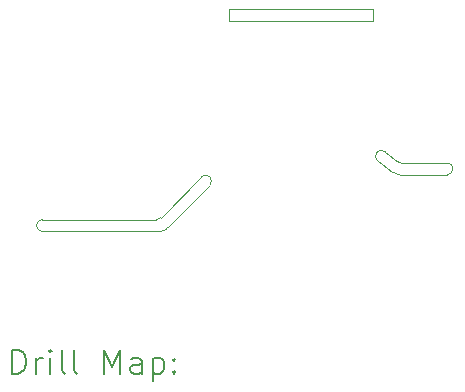
<source format=gbr>
%TF.GenerationSoftware,KiCad,Pcbnew,7.0.7*%
%TF.CreationDate,2023-11-04T15:45:36+01:00*%
%TF.ProjectId,LK-EU01_Smart_Socket_Base,4c4b2d45-5530-4315-9f53-6d6172745f53,rev?*%
%TF.SameCoordinates,Original*%
%TF.FileFunction,Drillmap*%
%TF.FilePolarity,Positive*%
%FSLAX45Y45*%
G04 Gerber Fmt 4.5, Leading zero omitted, Abs format (unit mm)*
G04 Created by KiCad (PCBNEW 7.0.7) date 2023-11-04 15:45:36*
%MOMM*%
%LPD*%
G01*
G04 APERTURE LIST*
%ADD10C,0.100000*%
%ADD11C,0.200000*%
G04 APERTURE END LIST*
D10*
X14027773Y-11408961D02*
X14415890Y-11408110D01*
X13890074Y-11311844D02*
G75*
G03*
X13820393Y-11318443I-31474J-38856D01*
G01*
X13826644Y-11390117D02*
X13938315Y-11480584D01*
X13938316Y-11480584D02*
G75*
G03*
X13953110Y-11488870I31494J38884D01*
G01*
X12405393Y-11525409D02*
X12405733Y-11525741D01*
X11953244Y-11887998D02*
G75*
G03*
X11988654Y-11873300I6J49989D01*
G01*
X12406323Y-11596856D02*
G75*
G03*
X12405733Y-11525741I-35443J35266D01*
G01*
X12405394Y-11525408D02*
G75*
G03*
X12335139Y-11525948I-34854J-35852D01*
G01*
X14416110Y-11508110D02*
G75*
G03*
X14466000Y-11458110I-110J50000D01*
G01*
X12034084Y-11964825D02*
X11982685Y-11984650D01*
X14001853Y-11506118D02*
G75*
G03*
X14018642Y-11508981I16677J47138D01*
G01*
X13820393Y-11318443D02*
X13819911Y-11319013D01*
X13953110Y-11488870D02*
X14001853Y-11506117D01*
X10938000Y-11938000D02*
X10938000Y-11938000D01*
X11964691Y-11988001D02*
G75*
G03*
X11982685Y-11984650I-1J49991D01*
G01*
X13890074Y-11311844D02*
X13996190Y-11397812D01*
X13819916Y-11319017D02*
G75*
G03*
X13826644Y-11390117I38204J-32253D01*
G01*
X12569500Y-10108000D02*
X13784500Y-10108000D01*
X13784500Y-10209000D01*
X12569500Y-10209000D01*
X12569500Y-10108000D01*
X10988000Y-11888000D02*
X11953244Y-11888000D01*
X13996191Y-11397810D02*
G75*
G03*
X14027773Y-11408961I31469J38831D01*
G01*
X10988000Y-11888000D02*
G75*
G03*
X10938000Y-11938000I0J-50000D01*
G01*
X11988654Y-11873300D02*
X12335139Y-11525948D01*
X12051503Y-11953473D02*
X12406324Y-11596857D01*
X10988000Y-11988000D02*
X11964691Y-11988000D01*
X12034083Y-11964823D02*
G75*
G03*
X12051503Y-11953473I-18003J46673D01*
G01*
X14018642Y-11508981D02*
X14416110Y-11508110D01*
X14466000Y-11458110D02*
G75*
G03*
X14415890Y-11408110I-50000J0D01*
G01*
X10938000Y-11938000D02*
G75*
G03*
X10988000Y-11988000I50000J0D01*
G01*
D11*
X10733462Y-13192169D02*
X10733462Y-12992169D01*
X10733462Y-12992169D02*
X10781081Y-12992169D01*
X10781081Y-12992169D02*
X10809653Y-13001693D01*
X10809653Y-13001693D02*
X10828700Y-13020741D01*
X10828700Y-13020741D02*
X10838224Y-13039788D01*
X10838224Y-13039788D02*
X10847748Y-13077883D01*
X10847748Y-13077883D02*
X10847748Y-13106455D01*
X10847748Y-13106455D02*
X10838224Y-13144550D01*
X10838224Y-13144550D02*
X10828700Y-13163598D01*
X10828700Y-13163598D02*
X10809653Y-13182645D01*
X10809653Y-13182645D02*
X10781081Y-13192169D01*
X10781081Y-13192169D02*
X10733462Y-13192169D01*
X10933462Y-13192169D02*
X10933462Y-13058836D01*
X10933462Y-13096931D02*
X10942986Y-13077883D01*
X10942986Y-13077883D02*
X10952510Y-13068360D01*
X10952510Y-13068360D02*
X10971557Y-13058836D01*
X10971557Y-13058836D02*
X10990605Y-13058836D01*
X11057272Y-13192169D02*
X11057272Y-13058836D01*
X11057272Y-12992169D02*
X11047748Y-13001693D01*
X11047748Y-13001693D02*
X11057272Y-13011217D01*
X11057272Y-13011217D02*
X11066796Y-13001693D01*
X11066796Y-13001693D02*
X11057272Y-12992169D01*
X11057272Y-12992169D02*
X11057272Y-13011217D01*
X11181081Y-13192169D02*
X11162034Y-13182645D01*
X11162034Y-13182645D02*
X11152510Y-13163598D01*
X11152510Y-13163598D02*
X11152510Y-12992169D01*
X11285843Y-13192169D02*
X11266795Y-13182645D01*
X11266795Y-13182645D02*
X11257272Y-13163598D01*
X11257272Y-13163598D02*
X11257272Y-12992169D01*
X11514415Y-13192169D02*
X11514415Y-12992169D01*
X11514415Y-12992169D02*
X11581081Y-13135026D01*
X11581081Y-13135026D02*
X11647748Y-12992169D01*
X11647748Y-12992169D02*
X11647748Y-13192169D01*
X11828700Y-13192169D02*
X11828700Y-13087407D01*
X11828700Y-13087407D02*
X11819176Y-13068360D01*
X11819176Y-13068360D02*
X11800129Y-13058836D01*
X11800129Y-13058836D02*
X11762034Y-13058836D01*
X11762034Y-13058836D02*
X11742986Y-13068360D01*
X11828700Y-13182645D02*
X11809653Y-13192169D01*
X11809653Y-13192169D02*
X11762034Y-13192169D01*
X11762034Y-13192169D02*
X11742986Y-13182645D01*
X11742986Y-13182645D02*
X11733462Y-13163598D01*
X11733462Y-13163598D02*
X11733462Y-13144550D01*
X11733462Y-13144550D02*
X11742986Y-13125502D01*
X11742986Y-13125502D02*
X11762034Y-13115979D01*
X11762034Y-13115979D02*
X11809653Y-13115979D01*
X11809653Y-13115979D02*
X11828700Y-13106455D01*
X11923938Y-13058836D02*
X11923938Y-13258836D01*
X11923938Y-13068360D02*
X11942986Y-13058836D01*
X11942986Y-13058836D02*
X11981081Y-13058836D01*
X11981081Y-13058836D02*
X12000129Y-13068360D01*
X12000129Y-13068360D02*
X12009653Y-13077883D01*
X12009653Y-13077883D02*
X12019176Y-13096931D01*
X12019176Y-13096931D02*
X12019176Y-13154074D01*
X12019176Y-13154074D02*
X12009653Y-13173121D01*
X12009653Y-13173121D02*
X12000129Y-13182645D01*
X12000129Y-13182645D02*
X11981081Y-13192169D01*
X11981081Y-13192169D02*
X11942986Y-13192169D01*
X11942986Y-13192169D02*
X11923938Y-13182645D01*
X12104891Y-13173121D02*
X12114415Y-13182645D01*
X12114415Y-13182645D02*
X12104891Y-13192169D01*
X12104891Y-13192169D02*
X12095367Y-13182645D01*
X12095367Y-13182645D02*
X12104891Y-13173121D01*
X12104891Y-13173121D02*
X12104891Y-13192169D01*
X12104891Y-13068360D02*
X12114415Y-13077883D01*
X12114415Y-13077883D02*
X12104891Y-13087407D01*
X12104891Y-13087407D02*
X12095367Y-13077883D01*
X12095367Y-13077883D02*
X12104891Y-13068360D01*
X12104891Y-13068360D02*
X12104891Y-13087407D01*
M02*

</source>
